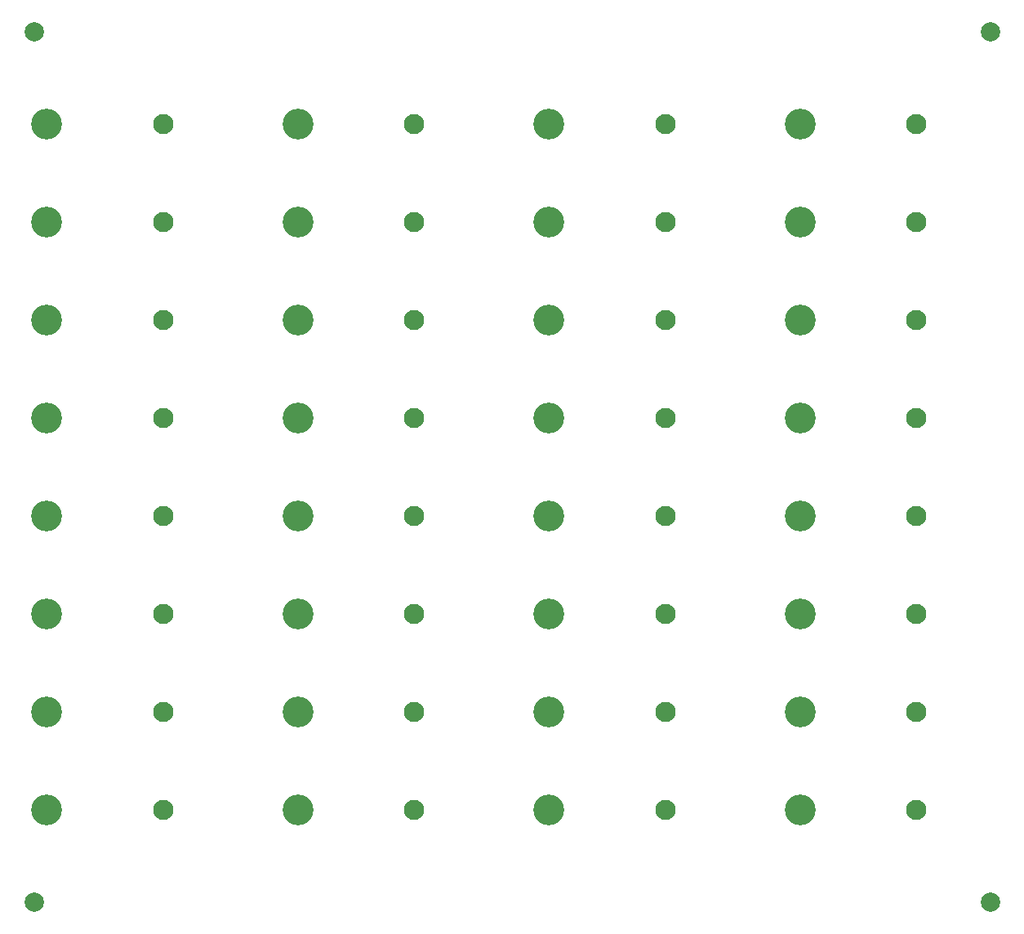
<source format=gbr>
%TF.GenerationSoftware,KiCad,Pcbnew,8.0.8*%
%TF.CreationDate,2025-02-21T18:05:02+11:00*%
%TF.ProjectId,panel,70616e65-6c2e-46b6-9963-61645f706362,rev?*%
%TF.SameCoordinates,Original*%
%TF.FileFunction,NonPlated,1,2,NPTH,Drill*%
%TF.FilePolarity,Positive*%
%FSLAX46Y46*%
G04 Gerber Fmt 4.6, Leading zero omitted, Abs format (unit mm)*
G04 Created by KiCad (PCBNEW 8.0.8) date 2025-02-21 18:05:02*
%MOMM*%
%LPD*%
G01*
G04 APERTURE LIST*
%TA.AperFunction,ComponentDrill*%
%ADD10C,2.000000*%
%TD*%
%TA.AperFunction,ComponentDrill*%
%ADD11C,2.100000*%
%TD*%
%TA.AperFunction,ComponentDrill*%
%ADD12C,3.200000*%
%TD*%
G04 APERTURE END LIST*
D10*
%TO.C,KiKit_TO_1*%
X98930000Y-22500000D03*
%TO.C,KiKit_TO_3*%
X98930000Y-112779500D03*
%TO.C,KiKit_TO_2*%
X198070000Y-22500000D03*
%TO.C,KiKit_TO_4*%
X198070000Y-112779500D03*
D11*
%TO.C,H4*%
X112305000Y-32079500D03*
X112305000Y-42239500D03*
X112305000Y-52399500D03*
X112305000Y-62559500D03*
X112305000Y-72719500D03*
X112305000Y-82879500D03*
X112305000Y-93039500D03*
X112305000Y-103199500D03*
X138340000Y-32079500D03*
X138340000Y-42239500D03*
X138340000Y-52399500D03*
X138340000Y-62559500D03*
X138340000Y-72719500D03*
X138340000Y-82879500D03*
X138340000Y-93039500D03*
X138340000Y-103199500D03*
X164375000Y-32079500D03*
X164375000Y-42239500D03*
X164375000Y-52399500D03*
X164375000Y-62559500D03*
X164375000Y-72719500D03*
X164375000Y-82879500D03*
X164375000Y-93039500D03*
X164375000Y-103199500D03*
X190410000Y-32079500D03*
X190410000Y-42239500D03*
X190410000Y-52399500D03*
X190410000Y-62559500D03*
X190410000Y-72719500D03*
X190410000Y-82879500D03*
X190410000Y-93039500D03*
X190410000Y-103199500D03*
D12*
%TO.C,H1*%
X100240000Y-32079500D03*
X100240000Y-42239500D03*
X100240000Y-52399500D03*
X100240000Y-62559500D03*
X100240000Y-72719500D03*
X100240000Y-82879500D03*
X100240000Y-93039500D03*
X100240000Y-103199500D03*
X126275000Y-32079500D03*
X126275000Y-42239500D03*
X126275000Y-52399500D03*
X126275000Y-62559500D03*
X126275000Y-72719500D03*
X126275000Y-82879500D03*
X126275000Y-93039500D03*
X126275000Y-103199500D03*
X152310000Y-32079500D03*
X152310000Y-42239500D03*
X152310000Y-52399500D03*
X152310000Y-62559500D03*
X152310000Y-72719500D03*
X152310000Y-82879500D03*
X152310000Y-93039500D03*
X152310000Y-103199500D03*
X178345000Y-32079500D03*
X178345000Y-42239500D03*
X178345000Y-52399500D03*
X178345000Y-62559500D03*
X178345000Y-72719500D03*
X178345000Y-82879500D03*
X178345000Y-93039500D03*
X178345000Y-103199500D03*
M02*

</source>
